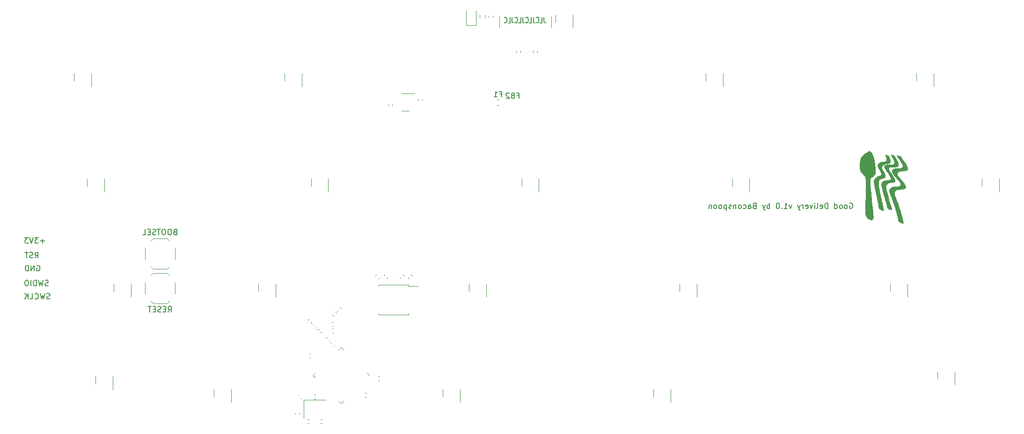
<source format=gbo>
%TF.GenerationSoftware,KiCad,Pcbnew,7.0.6*%
%TF.CreationDate,2023-08-01T10:10:22-04:00*%
%TF.ProjectId,good-delivery,676f6f64-2d64-4656-9c69-766572792e6b,rev?*%
%TF.SameCoordinates,PX2d6b3a0PY7e9ae4e*%
%TF.FileFunction,Legend,Bot*%
%TF.FilePolarity,Positive*%
%FSLAX46Y46*%
G04 Gerber Fmt 4.6, Leading zero omitted, Abs format (unit mm)*
G04 Created by KiCad (PCBNEW 7.0.6) date 2023-08-01 10:10:22*
%MOMM*%
%LPD*%
G01*
G04 APERTURE LIST*
%ADD10C,0.153000*%
%ADD11C,0.150000*%
%ADD12C,0.120000*%
G04 APERTURE END LIST*
D10*
X98626266Y74056302D02*
X98626266Y73342017D01*
X98626266Y73342017D02*
X98661981Y73199160D01*
X98661981Y73199160D02*
X98733409Y73103921D01*
X98733409Y73103921D02*
X98840552Y73056302D01*
X98840552Y73056302D02*
X98911981Y73056302D01*
X97911980Y73056302D02*
X98269123Y73056302D01*
X98269123Y73056302D02*
X98269123Y74056302D01*
X97233409Y73151541D02*
X97269123Y73103921D01*
X97269123Y73103921D02*
X97376266Y73056302D01*
X97376266Y73056302D02*
X97447694Y73056302D01*
X97447694Y73056302D02*
X97554837Y73103921D01*
X97554837Y73103921D02*
X97626266Y73199160D01*
X97626266Y73199160D02*
X97661980Y73294398D01*
X97661980Y73294398D02*
X97697694Y73484874D01*
X97697694Y73484874D02*
X97697694Y73627731D01*
X97697694Y73627731D02*
X97661980Y73818207D01*
X97661980Y73818207D02*
X97626266Y73913445D01*
X97626266Y73913445D02*
X97554837Y74008683D01*
X97554837Y74008683D02*
X97447694Y74056302D01*
X97447694Y74056302D02*
X97376266Y74056302D01*
X97376266Y74056302D02*
X97269123Y74008683D01*
X97269123Y74008683D02*
X97233409Y73961064D01*
X96697694Y74056302D02*
X96697694Y73342017D01*
X96697694Y73342017D02*
X96733409Y73199160D01*
X96733409Y73199160D02*
X96804837Y73103921D01*
X96804837Y73103921D02*
X96911980Y73056302D01*
X96911980Y73056302D02*
X96983409Y73056302D01*
X95983408Y73056302D02*
X96340551Y73056302D01*
X96340551Y73056302D02*
X96340551Y74056302D01*
X95304837Y73151541D02*
X95340551Y73103921D01*
X95340551Y73103921D02*
X95447694Y73056302D01*
X95447694Y73056302D02*
X95519122Y73056302D01*
X95519122Y73056302D02*
X95626265Y73103921D01*
X95626265Y73103921D02*
X95697694Y73199160D01*
X95697694Y73199160D02*
X95733408Y73294398D01*
X95733408Y73294398D02*
X95769122Y73484874D01*
X95769122Y73484874D02*
X95769122Y73627731D01*
X95769122Y73627731D02*
X95733408Y73818207D01*
X95733408Y73818207D02*
X95697694Y73913445D01*
X95697694Y73913445D02*
X95626265Y74008683D01*
X95626265Y74008683D02*
X95519122Y74056302D01*
X95519122Y74056302D02*
X95447694Y74056302D01*
X95447694Y74056302D02*
X95340551Y74008683D01*
X95340551Y74008683D02*
X95304837Y73961064D01*
X94769122Y74056302D02*
X94769122Y73342017D01*
X94769122Y73342017D02*
X94804837Y73199160D01*
X94804837Y73199160D02*
X94876265Y73103921D01*
X94876265Y73103921D02*
X94983408Y73056302D01*
X94983408Y73056302D02*
X95054837Y73056302D01*
X94054836Y73056302D02*
X94411979Y73056302D01*
X94411979Y73056302D02*
X94411979Y74056302D01*
X93376265Y73151541D02*
X93411979Y73103921D01*
X93411979Y73103921D02*
X93519122Y73056302D01*
X93519122Y73056302D02*
X93590550Y73056302D01*
X93590550Y73056302D02*
X93697693Y73103921D01*
X93697693Y73103921D02*
X93769122Y73199160D01*
X93769122Y73199160D02*
X93804836Y73294398D01*
X93804836Y73294398D02*
X93840550Y73484874D01*
X93840550Y73484874D02*
X93840550Y73627731D01*
X93840550Y73627731D02*
X93804836Y73818207D01*
X93804836Y73818207D02*
X93769122Y73913445D01*
X93769122Y73913445D02*
X93697693Y74008683D01*
X93697693Y74008683D02*
X93590550Y74056302D01*
X93590550Y74056302D02*
X93519122Y74056302D01*
X93519122Y74056302D02*
X93411979Y74008683D01*
X93411979Y74008683D02*
X93376265Y73961064D01*
X92840550Y74056302D02*
X92840550Y73342017D01*
X92840550Y73342017D02*
X92876265Y73199160D01*
X92876265Y73199160D02*
X92947693Y73103921D01*
X92947693Y73103921D02*
X93054836Y73056302D01*
X93054836Y73056302D02*
X93126265Y73056302D01*
X92126264Y73056302D02*
X92483407Y73056302D01*
X92483407Y73056302D02*
X92483407Y74056302D01*
X91447693Y73151541D02*
X91483407Y73103921D01*
X91483407Y73103921D02*
X91590550Y73056302D01*
X91590550Y73056302D02*
X91661978Y73056302D01*
X91661978Y73056302D02*
X91769121Y73103921D01*
X91769121Y73103921D02*
X91840550Y73199160D01*
X91840550Y73199160D02*
X91876264Y73294398D01*
X91876264Y73294398D02*
X91911978Y73484874D01*
X91911978Y73484874D02*
X91911978Y73627731D01*
X91911978Y73627731D02*
X91876264Y73818207D01*
X91876264Y73818207D02*
X91840550Y73913445D01*
X91840550Y73913445D02*
X91769121Y74008683D01*
X91769121Y74008683D02*
X91661978Y74056302D01*
X91661978Y74056302D02*
X91590550Y74056302D01*
X91590550Y74056302D02*
X91483407Y74008683D01*
X91483407Y74008683D02*
X91447693Y73961064D01*
D11*
X8938206Y25478645D02*
X8795349Y25431026D01*
X8795349Y25431026D02*
X8557254Y25431026D01*
X8557254Y25431026D02*
X8462016Y25478645D01*
X8462016Y25478645D02*
X8414397Y25526265D01*
X8414397Y25526265D02*
X8366778Y25621503D01*
X8366778Y25621503D02*
X8366778Y25716741D01*
X8366778Y25716741D02*
X8414397Y25811979D01*
X8414397Y25811979D02*
X8462016Y25859598D01*
X8462016Y25859598D02*
X8557254Y25907217D01*
X8557254Y25907217D02*
X8747730Y25954836D01*
X8747730Y25954836D02*
X8842968Y26002455D01*
X8842968Y26002455D02*
X8890587Y26050074D01*
X8890587Y26050074D02*
X8938206Y26145312D01*
X8938206Y26145312D02*
X8938206Y26240550D01*
X8938206Y26240550D02*
X8890587Y26335788D01*
X8890587Y26335788D02*
X8842968Y26383407D01*
X8842968Y26383407D02*
X8747730Y26431026D01*
X8747730Y26431026D02*
X8509635Y26431026D01*
X8509635Y26431026D02*
X8366778Y26383407D01*
X8033444Y26431026D02*
X7795349Y25431026D01*
X7795349Y25431026D02*
X7604873Y26145312D01*
X7604873Y26145312D02*
X7414397Y25431026D01*
X7414397Y25431026D02*
X7176302Y26431026D01*
X6795349Y25431026D02*
X6795349Y26431026D01*
X6795349Y26431026D02*
X6557254Y26431026D01*
X6557254Y26431026D02*
X6414397Y26383407D01*
X6414397Y26383407D02*
X6319159Y26288169D01*
X6319159Y26288169D02*
X6271540Y26192931D01*
X6271540Y26192931D02*
X6223921Y26002455D01*
X6223921Y26002455D02*
X6223921Y25859598D01*
X6223921Y25859598D02*
X6271540Y25669122D01*
X6271540Y25669122D02*
X6319159Y25573884D01*
X6319159Y25573884D02*
X6414397Y25478645D01*
X6414397Y25478645D02*
X6557254Y25431026D01*
X6557254Y25431026D02*
X6795349Y25431026D01*
X5795349Y25431026D02*
X5795349Y26431026D01*
X5128683Y26431026D02*
X4938207Y26431026D01*
X4938207Y26431026D02*
X4842969Y26383407D01*
X4842969Y26383407D02*
X4747731Y26288169D01*
X4747731Y26288169D02*
X4700112Y26097693D01*
X4700112Y26097693D02*
X4700112Y25764360D01*
X4700112Y25764360D02*
X4747731Y25573884D01*
X4747731Y25573884D02*
X4842969Y25478645D01*
X4842969Y25478645D02*
X4938207Y25431026D01*
X4938207Y25431026D02*
X5128683Y25431026D01*
X5128683Y25431026D02*
X5223921Y25478645D01*
X5223921Y25478645D02*
X5319159Y25573884D01*
X5319159Y25573884D02*
X5366778Y25764360D01*
X5366778Y25764360D02*
X5366778Y26097693D01*
X5366778Y26097693D02*
X5319159Y26288169D01*
X5319159Y26288169D02*
X5223921Y26383407D01*
X5223921Y26383407D02*
X5128683Y26431026D01*
X8295273Y33551061D02*
X7533369Y33551061D01*
X7914321Y33170108D02*
X7914321Y33932013D01*
X7152416Y34170108D02*
X6533369Y34170108D01*
X6533369Y34170108D02*
X6866702Y33789156D01*
X6866702Y33789156D02*
X6723845Y33789156D01*
X6723845Y33789156D02*
X6628607Y33741537D01*
X6628607Y33741537D02*
X6580988Y33693918D01*
X6580988Y33693918D02*
X6533369Y33598680D01*
X6533369Y33598680D02*
X6533369Y33360585D01*
X6533369Y33360585D02*
X6580988Y33265347D01*
X6580988Y33265347D02*
X6628607Y33217727D01*
X6628607Y33217727D02*
X6723845Y33170108D01*
X6723845Y33170108D02*
X7009559Y33170108D01*
X7009559Y33170108D02*
X7104797Y33217727D01*
X7104797Y33217727D02*
X7152416Y33265347D01*
X6247654Y34170108D02*
X5914321Y33170108D01*
X5914321Y33170108D02*
X5580988Y34170108D01*
X5342892Y34170108D02*
X4723845Y34170108D01*
X4723845Y34170108D02*
X5057178Y33789156D01*
X5057178Y33789156D02*
X4914321Y33789156D01*
X4914321Y33789156D02*
X4819083Y33741537D01*
X4819083Y33741537D02*
X4771464Y33693918D01*
X4771464Y33693918D02*
X4723845Y33598680D01*
X4723845Y33598680D02*
X4723845Y33360585D01*
X4723845Y33360585D02*
X4771464Y33265347D01*
X4771464Y33265347D02*
X4819083Y33217727D01*
X4819083Y33217727D02*
X4914321Y33170108D01*
X4914321Y33170108D02*
X5200035Y33170108D01*
X5200035Y33170108D02*
X5295273Y33217727D01*
X5295273Y33217727D02*
X5342892Y33265347D01*
X6533217Y30491195D02*
X6866550Y30967386D01*
X7104645Y30491195D02*
X7104645Y31491195D01*
X7104645Y31491195D02*
X6723693Y31491195D01*
X6723693Y31491195D02*
X6628455Y31443576D01*
X6628455Y31443576D02*
X6580836Y31395957D01*
X6580836Y31395957D02*
X6533217Y31300719D01*
X6533217Y31300719D02*
X6533217Y31157862D01*
X6533217Y31157862D02*
X6580836Y31062624D01*
X6580836Y31062624D02*
X6628455Y31015005D01*
X6628455Y31015005D02*
X6723693Y30967386D01*
X6723693Y30967386D02*
X7104645Y30967386D01*
X6152264Y30538814D02*
X6009407Y30491195D01*
X6009407Y30491195D02*
X5771312Y30491195D01*
X5771312Y30491195D02*
X5676074Y30538814D01*
X5676074Y30538814D02*
X5628455Y30586434D01*
X5628455Y30586434D02*
X5580836Y30681672D01*
X5580836Y30681672D02*
X5580836Y30776910D01*
X5580836Y30776910D02*
X5628455Y30872148D01*
X5628455Y30872148D02*
X5676074Y30919767D01*
X5676074Y30919767D02*
X5771312Y30967386D01*
X5771312Y30967386D02*
X5961788Y31015005D01*
X5961788Y31015005D02*
X6057026Y31062624D01*
X6057026Y31062624D02*
X6104645Y31110243D01*
X6104645Y31110243D02*
X6152264Y31205481D01*
X6152264Y31205481D02*
X6152264Y31300719D01*
X6152264Y31300719D02*
X6104645Y31395957D01*
X6104645Y31395957D02*
X6057026Y31443576D01*
X6057026Y31443576D02*
X5961788Y31491195D01*
X5961788Y31491195D02*
X5723693Y31491195D01*
X5723693Y31491195D02*
X5580836Y31443576D01*
X5295121Y31491195D02*
X4723693Y31491195D01*
X5009407Y30491195D02*
X5009407Y31491195D01*
X6878493Y29062320D02*
X6973731Y29109939D01*
X6973731Y29109939D02*
X7116588Y29109939D01*
X7116588Y29109939D02*
X7259445Y29062320D01*
X7259445Y29062320D02*
X7354683Y28967082D01*
X7354683Y28967082D02*
X7402302Y28871844D01*
X7402302Y28871844D02*
X7449921Y28681368D01*
X7449921Y28681368D02*
X7449921Y28538511D01*
X7449921Y28538511D02*
X7402302Y28348035D01*
X7402302Y28348035D02*
X7354683Y28252797D01*
X7354683Y28252797D02*
X7259445Y28157558D01*
X7259445Y28157558D02*
X7116588Y28109939D01*
X7116588Y28109939D02*
X7021350Y28109939D01*
X7021350Y28109939D02*
X6878493Y28157558D01*
X6878493Y28157558D02*
X6830874Y28205178D01*
X6830874Y28205178D02*
X6830874Y28538511D01*
X6830874Y28538511D02*
X7021350Y28538511D01*
X6402302Y28109939D02*
X6402302Y29109939D01*
X6402302Y29109939D02*
X5830874Y28109939D01*
X5830874Y28109939D02*
X5830874Y29109939D01*
X5354683Y28109939D02*
X5354683Y29109939D01*
X5354683Y29109939D02*
X5116588Y29109939D01*
X5116588Y29109939D02*
X4973731Y29062320D01*
X4973731Y29062320D02*
X4878493Y28967082D01*
X4878493Y28967082D02*
X4830874Y28871844D01*
X4830874Y28871844D02*
X4783255Y28681368D01*
X4783255Y28681368D02*
X4783255Y28538511D01*
X4783255Y28538511D02*
X4830874Y28348035D01*
X4830874Y28348035D02*
X4878493Y28252797D01*
X4878493Y28252797D02*
X4973731Y28157558D01*
X4973731Y28157558D02*
X5116588Y28109939D01*
X5116588Y28109939D02*
X5354683Y28109939D01*
X9235863Y23097389D02*
X9093006Y23049770D01*
X9093006Y23049770D02*
X8854911Y23049770D01*
X8854911Y23049770D02*
X8759673Y23097389D01*
X8759673Y23097389D02*
X8712054Y23145009D01*
X8712054Y23145009D02*
X8664435Y23240247D01*
X8664435Y23240247D02*
X8664435Y23335485D01*
X8664435Y23335485D02*
X8712054Y23430723D01*
X8712054Y23430723D02*
X8759673Y23478342D01*
X8759673Y23478342D02*
X8854911Y23525961D01*
X8854911Y23525961D02*
X9045387Y23573580D01*
X9045387Y23573580D02*
X9140625Y23621199D01*
X9140625Y23621199D02*
X9188244Y23668818D01*
X9188244Y23668818D02*
X9235863Y23764056D01*
X9235863Y23764056D02*
X9235863Y23859294D01*
X9235863Y23859294D02*
X9188244Y23954532D01*
X9188244Y23954532D02*
X9140625Y24002151D01*
X9140625Y24002151D02*
X9045387Y24049770D01*
X9045387Y24049770D02*
X8807292Y24049770D01*
X8807292Y24049770D02*
X8664435Y24002151D01*
X8331101Y24049770D02*
X8093006Y23049770D01*
X8093006Y23049770D02*
X7902530Y23764056D01*
X7902530Y23764056D02*
X7712054Y23049770D01*
X7712054Y23049770D02*
X7473959Y24049770D01*
X6521578Y23145009D02*
X6569197Y23097389D01*
X6569197Y23097389D02*
X6712054Y23049770D01*
X6712054Y23049770D02*
X6807292Y23049770D01*
X6807292Y23049770D02*
X6950149Y23097389D01*
X6950149Y23097389D02*
X7045387Y23192628D01*
X7045387Y23192628D02*
X7093006Y23287866D01*
X7093006Y23287866D02*
X7140625Y23478342D01*
X7140625Y23478342D02*
X7140625Y23621199D01*
X7140625Y23621199D02*
X7093006Y23811675D01*
X7093006Y23811675D02*
X7045387Y23906913D01*
X7045387Y23906913D02*
X6950149Y24002151D01*
X6950149Y24002151D02*
X6807292Y24049770D01*
X6807292Y24049770D02*
X6712054Y24049770D01*
X6712054Y24049770D02*
X6569197Y24002151D01*
X6569197Y24002151D02*
X6521578Y23954532D01*
X5616816Y23049770D02*
X6093006Y23049770D01*
X6093006Y23049770D02*
X6093006Y24049770D01*
X5283482Y23049770D02*
X5283482Y24049770D01*
X4712054Y23049770D02*
X5140625Y23621199D01*
X4712054Y24049770D02*
X5283482Y23478342D01*
X153921051Y40373286D02*
X154016289Y40420905D01*
X154016289Y40420905D02*
X154159146Y40420905D01*
X154159146Y40420905D02*
X154302003Y40373286D01*
X154302003Y40373286D02*
X154397241Y40278048D01*
X154397241Y40278048D02*
X154444860Y40182810D01*
X154444860Y40182810D02*
X154492479Y39992334D01*
X154492479Y39992334D02*
X154492479Y39849477D01*
X154492479Y39849477D02*
X154444860Y39659001D01*
X154444860Y39659001D02*
X154397241Y39563763D01*
X154397241Y39563763D02*
X154302003Y39468524D01*
X154302003Y39468524D02*
X154159146Y39420905D01*
X154159146Y39420905D02*
X154063908Y39420905D01*
X154063908Y39420905D02*
X153921051Y39468524D01*
X153921051Y39468524D02*
X153873432Y39516144D01*
X153873432Y39516144D02*
X153873432Y39849477D01*
X153873432Y39849477D02*
X154063908Y39849477D01*
X153302003Y39420905D02*
X153397241Y39468524D01*
X153397241Y39468524D02*
X153444860Y39516144D01*
X153444860Y39516144D02*
X153492479Y39611382D01*
X153492479Y39611382D02*
X153492479Y39897096D01*
X153492479Y39897096D02*
X153444860Y39992334D01*
X153444860Y39992334D02*
X153397241Y40039953D01*
X153397241Y40039953D02*
X153302003Y40087572D01*
X153302003Y40087572D02*
X153159146Y40087572D01*
X153159146Y40087572D02*
X153063908Y40039953D01*
X153063908Y40039953D02*
X153016289Y39992334D01*
X153016289Y39992334D02*
X152968670Y39897096D01*
X152968670Y39897096D02*
X152968670Y39611382D01*
X152968670Y39611382D02*
X153016289Y39516144D01*
X153016289Y39516144D02*
X153063908Y39468524D01*
X153063908Y39468524D02*
X153159146Y39420905D01*
X153159146Y39420905D02*
X153302003Y39420905D01*
X152397241Y39420905D02*
X152492479Y39468524D01*
X152492479Y39468524D02*
X152540098Y39516144D01*
X152540098Y39516144D02*
X152587717Y39611382D01*
X152587717Y39611382D02*
X152587717Y39897096D01*
X152587717Y39897096D02*
X152540098Y39992334D01*
X152540098Y39992334D02*
X152492479Y40039953D01*
X152492479Y40039953D02*
X152397241Y40087572D01*
X152397241Y40087572D02*
X152254384Y40087572D01*
X152254384Y40087572D02*
X152159146Y40039953D01*
X152159146Y40039953D02*
X152111527Y39992334D01*
X152111527Y39992334D02*
X152063908Y39897096D01*
X152063908Y39897096D02*
X152063908Y39611382D01*
X152063908Y39611382D02*
X152111527Y39516144D01*
X152111527Y39516144D02*
X152159146Y39468524D01*
X152159146Y39468524D02*
X152254384Y39420905D01*
X152254384Y39420905D02*
X152397241Y39420905D01*
X151206765Y39420905D02*
X151206765Y40420905D01*
X151206765Y39468524D02*
X151302003Y39420905D01*
X151302003Y39420905D02*
X151492479Y39420905D01*
X151492479Y39420905D02*
X151587717Y39468524D01*
X151587717Y39468524D02*
X151635336Y39516144D01*
X151635336Y39516144D02*
X151682955Y39611382D01*
X151682955Y39611382D02*
X151682955Y39897096D01*
X151682955Y39897096D02*
X151635336Y39992334D01*
X151635336Y39992334D02*
X151587717Y40039953D01*
X151587717Y40039953D02*
X151492479Y40087572D01*
X151492479Y40087572D02*
X151302003Y40087572D01*
X151302003Y40087572D02*
X151206765Y40039953D01*
X149968669Y39420905D02*
X149968669Y40420905D01*
X149968669Y40420905D02*
X149730574Y40420905D01*
X149730574Y40420905D02*
X149587717Y40373286D01*
X149587717Y40373286D02*
X149492479Y40278048D01*
X149492479Y40278048D02*
X149444860Y40182810D01*
X149444860Y40182810D02*
X149397241Y39992334D01*
X149397241Y39992334D02*
X149397241Y39849477D01*
X149397241Y39849477D02*
X149444860Y39659001D01*
X149444860Y39659001D02*
X149492479Y39563763D01*
X149492479Y39563763D02*
X149587717Y39468524D01*
X149587717Y39468524D02*
X149730574Y39420905D01*
X149730574Y39420905D02*
X149968669Y39420905D01*
X148587717Y39468524D02*
X148682955Y39420905D01*
X148682955Y39420905D02*
X148873431Y39420905D01*
X148873431Y39420905D02*
X148968669Y39468524D01*
X148968669Y39468524D02*
X149016288Y39563763D01*
X149016288Y39563763D02*
X149016288Y39944715D01*
X149016288Y39944715D02*
X148968669Y40039953D01*
X148968669Y40039953D02*
X148873431Y40087572D01*
X148873431Y40087572D02*
X148682955Y40087572D01*
X148682955Y40087572D02*
X148587717Y40039953D01*
X148587717Y40039953D02*
X148540098Y39944715D01*
X148540098Y39944715D02*
X148540098Y39849477D01*
X148540098Y39849477D02*
X149016288Y39754239D01*
X147968669Y39420905D02*
X148063907Y39468524D01*
X148063907Y39468524D02*
X148111526Y39563763D01*
X148111526Y39563763D02*
X148111526Y40420905D01*
X147587716Y39420905D02*
X147587716Y40087572D01*
X147587716Y40420905D02*
X147635335Y40373286D01*
X147635335Y40373286D02*
X147587716Y40325667D01*
X147587716Y40325667D02*
X147540097Y40373286D01*
X147540097Y40373286D02*
X147587716Y40420905D01*
X147587716Y40420905D02*
X147587716Y40325667D01*
X147206764Y40087572D02*
X146968669Y39420905D01*
X146968669Y39420905D02*
X146730574Y40087572D01*
X145968669Y39468524D02*
X146063907Y39420905D01*
X146063907Y39420905D02*
X146254383Y39420905D01*
X146254383Y39420905D02*
X146349621Y39468524D01*
X146349621Y39468524D02*
X146397240Y39563763D01*
X146397240Y39563763D02*
X146397240Y39944715D01*
X146397240Y39944715D02*
X146349621Y40039953D01*
X146349621Y40039953D02*
X146254383Y40087572D01*
X146254383Y40087572D02*
X146063907Y40087572D01*
X146063907Y40087572D02*
X145968669Y40039953D01*
X145968669Y40039953D02*
X145921050Y39944715D01*
X145921050Y39944715D02*
X145921050Y39849477D01*
X145921050Y39849477D02*
X146397240Y39754239D01*
X145492478Y39420905D02*
X145492478Y40087572D01*
X145492478Y39897096D02*
X145444859Y39992334D01*
X145444859Y39992334D02*
X145397240Y40039953D01*
X145397240Y40039953D02*
X145302002Y40087572D01*
X145302002Y40087572D02*
X145206764Y40087572D01*
X144968668Y40087572D02*
X144730573Y39420905D01*
X144492478Y40087572D02*
X144730573Y39420905D01*
X144730573Y39420905D02*
X144825811Y39182810D01*
X144825811Y39182810D02*
X144873430Y39135191D01*
X144873430Y39135191D02*
X144968668Y39087572D01*
X143444858Y40087572D02*
X143206763Y39420905D01*
X143206763Y39420905D02*
X142968668Y40087572D01*
X142063906Y39420905D02*
X142635334Y39420905D01*
X142349620Y39420905D02*
X142349620Y40420905D01*
X142349620Y40420905D02*
X142444858Y40278048D01*
X142444858Y40278048D02*
X142540096Y40182810D01*
X142540096Y40182810D02*
X142635334Y40135191D01*
X141635334Y39516144D02*
X141587715Y39468524D01*
X141587715Y39468524D02*
X141635334Y39420905D01*
X141635334Y39420905D02*
X141682953Y39468524D01*
X141682953Y39468524D02*
X141635334Y39516144D01*
X141635334Y39516144D02*
X141635334Y39420905D01*
X140968668Y40420905D02*
X140873430Y40420905D01*
X140873430Y40420905D02*
X140778192Y40373286D01*
X140778192Y40373286D02*
X140730573Y40325667D01*
X140730573Y40325667D02*
X140682954Y40230429D01*
X140682954Y40230429D02*
X140635335Y40039953D01*
X140635335Y40039953D02*
X140635335Y39801858D01*
X140635335Y39801858D02*
X140682954Y39611382D01*
X140682954Y39611382D02*
X140730573Y39516144D01*
X140730573Y39516144D02*
X140778192Y39468524D01*
X140778192Y39468524D02*
X140873430Y39420905D01*
X140873430Y39420905D02*
X140968668Y39420905D01*
X140968668Y39420905D02*
X141063906Y39468524D01*
X141063906Y39468524D02*
X141111525Y39516144D01*
X141111525Y39516144D02*
X141159144Y39611382D01*
X141159144Y39611382D02*
X141206763Y39801858D01*
X141206763Y39801858D02*
X141206763Y40039953D01*
X141206763Y40039953D02*
X141159144Y40230429D01*
X141159144Y40230429D02*
X141111525Y40325667D01*
X141111525Y40325667D02*
X141063906Y40373286D01*
X141063906Y40373286D02*
X140968668Y40420905D01*
X139444858Y39420905D02*
X139444858Y40420905D01*
X139444858Y40039953D02*
X139349620Y40087572D01*
X139349620Y40087572D02*
X139159144Y40087572D01*
X139159144Y40087572D02*
X139063906Y40039953D01*
X139063906Y40039953D02*
X139016287Y39992334D01*
X139016287Y39992334D02*
X138968668Y39897096D01*
X138968668Y39897096D02*
X138968668Y39611382D01*
X138968668Y39611382D02*
X139016287Y39516144D01*
X139016287Y39516144D02*
X139063906Y39468524D01*
X139063906Y39468524D02*
X139159144Y39420905D01*
X139159144Y39420905D02*
X139349620Y39420905D01*
X139349620Y39420905D02*
X139444858Y39468524D01*
X138635334Y40087572D02*
X138397239Y39420905D01*
X138159144Y40087572D02*
X138397239Y39420905D01*
X138397239Y39420905D02*
X138492477Y39182810D01*
X138492477Y39182810D02*
X138540096Y39135191D01*
X138540096Y39135191D02*
X138635334Y39087572D01*
X136682953Y39944715D02*
X136540096Y39897096D01*
X136540096Y39897096D02*
X136492477Y39849477D01*
X136492477Y39849477D02*
X136444858Y39754239D01*
X136444858Y39754239D02*
X136444858Y39611382D01*
X136444858Y39611382D02*
X136492477Y39516144D01*
X136492477Y39516144D02*
X136540096Y39468524D01*
X136540096Y39468524D02*
X136635334Y39420905D01*
X136635334Y39420905D02*
X137016286Y39420905D01*
X137016286Y39420905D02*
X137016286Y40420905D01*
X137016286Y40420905D02*
X136682953Y40420905D01*
X136682953Y40420905D02*
X136587715Y40373286D01*
X136587715Y40373286D02*
X136540096Y40325667D01*
X136540096Y40325667D02*
X136492477Y40230429D01*
X136492477Y40230429D02*
X136492477Y40135191D01*
X136492477Y40135191D02*
X136540096Y40039953D01*
X136540096Y40039953D02*
X136587715Y39992334D01*
X136587715Y39992334D02*
X136682953Y39944715D01*
X136682953Y39944715D02*
X137016286Y39944715D01*
X135587715Y39420905D02*
X135587715Y39944715D01*
X135587715Y39944715D02*
X135635334Y40039953D01*
X135635334Y40039953D02*
X135730572Y40087572D01*
X135730572Y40087572D02*
X135921048Y40087572D01*
X135921048Y40087572D02*
X136016286Y40039953D01*
X135587715Y39468524D02*
X135682953Y39420905D01*
X135682953Y39420905D02*
X135921048Y39420905D01*
X135921048Y39420905D02*
X136016286Y39468524D01*
X136016286Y39468524D02*
X136063905Y39563763D01*
X136063905Y39563763D02*
X136063905Y39659001D01*
X136063905Y39659001D02*
X136016286Y39754239D01*
X136016286Y39754239D02*
X135921048Y39801858D01*
X135921048Y39801858D02*
X135682953Y39801858D01*
X135682953Y39801858D02*
X135587715Y39849477D01*
X134682953Y39468524D02*
X134778191Y39420905D01*
X134778191Y39420905D02*
X134968667Y39420905D01*
X134968667Y39420905D02*
X135063905Y39468524D01*
X135063905Y39468524D02*
X135111524Y39516144D01*
X135111524Y39516144D02*
X135159143Y39611382D01*
X135159143Y39611382D02*
X135159143Y39897096D01*
X135159143Y39897096D02*
X135111524Y39992334D01*
X135111524Y39992334D02*
X135063905Y40039953D01*
X135063905Y40039953D02*
X134968667Y40087572D01*
X134968667Y40087572D02*
X134778191Y40087572D01*
X134778191Y40087572D02*
X134682953Y40039953D01*
X134111524Y39420905D02*
X134206762Y39468524D01*
X134206762Y39468524D02*
X134254381Y39516144D01*
X134254381Y39516144D02*
X134302000Y39611382D01*
X134302000Y39611382D02*
X134302000Y39897096D01*
X134302000Y39897096D02*
X134254381Y39992334D01*
X134254381Y39992334D02*
X134206762Y40039953D01*
X134206762Y40039953D02*
X134111524Y40087572D01*
X134111524Y40087572D02*
X133968667Y40087572D01*
X133968667Y40087572D02*
X133873429Y40039953D01*
X133873429Y40039953D02*
X133825810Y39992334D01*
X133825810Y39992334D02*
X133778191Y39897096D01*
X133778191Y39897096D02*
X133778191Y39611382D01*
X133778191Y39611382D02*
X133825810Y39516144D01*
X133825810Y39516144D02*
X133873429Y39468524D01*
X133873429Y39468524D02*
X133968667Y39420905D01*
X133968667Y39420905D02*
X134111524Y39420905D01*
X133349619Y40087572D02*
X133349619Y39420905D01*
X133349619Y39992334D02*
X133302000Y40039953D01*
X133302000Y40039953D02*
X133206762Y40087572D01*
X133206762Y40087572D02*
X133063905Y40087572D01*
X133063905Y40087572D02*
X132968667Y40039953D01*
X132968667Y40039953D02*
X132921048Y39944715D01*
X132921048Y39944715D02*
X132921048Y39420905D01*
X132492476Y39468524D02*
X132397238Y39420905D01*
X132397238Y39420905D02*
X132206762Y39420905D01*
X132206762Y39420905D02*
X132111524Y39468524D01*
X132111524Y39468524D02*
X132063905Y39563763D01*
X132063905Y39563763D02*
X132063905Y39611382D01*
X132063905Y39611382D02*
X132111524Y39706620D01*
X132111524Y39706620D02*
X132206762Y39754239D01*
X132206762Y39754239D02*
X132349619Y39754239D01*
X132349619Y39754239D02*
X132444857Y39801858D01*
X132444857Y39801858D02*
X132492476Y39897096D01*
X132492476Y39897096D02*
X132492476Y39944715D01*
X132492476Y39944715D02*
X132444857Y40039953D01*
X132444857Y40039953D02*
X132349619Y40087572D01*
X132349619Y40087572D02*
X132206762Y40087572D01*
X132206762Y40087572D02*
X132111524Y40039953D01*
X131635333Y40087572D02*
X131635333Y39087572D01*
X131635333Y40039953D02*
X131540095Y40087572D01*
X131540095Y40087572D02*
X131349619Y40087572D01*
X131349619Y40087572D02*
X131254381Y40039953D01*
X131254381Y40039953D02*
X131206762Y39992334D01*
X131206762Y39992334D02*
X131159143Y39897096D01*
X131159143Y39897096D02*
X131159143Y39611382D01*
X131159143Y39611382D02*
X131206762Y39516144D01*
X131206762Y39516144D02*
X131254381Y39468524D01*
X131254381Y39468524D02*
X131349619Y39420905D01*
X131349619Y39420905D02*
X131540095Y39420905D01*
X131540095Y39420905D02*
X131635333Y39468524D01*
X130587714Y39420905D02*
X130682952Y39468524D01*
X130682952Y39468524D02*
X130730571Y39516144D01*
X130730571Y39516144D02*
X130778190Y39611382D01*
X130778190Y39611382D02*
X130778190Y39897096D01*
X130778190Y39897096D02*
X130730571Y39992334D01*
X130730571Y39992334D02*
X130682952Y40039953D01*
X130682952Y40039953D02*
X130587714Y40087572D01*
X130587714Y40087572D02*
X130444857Y40087572D01*
X130444857Y40087572D02*
X130349619Y40039953D01*
X130349619Y40039953D02*
X130302000Y39992334D01*
X130302000Y39992334D02*
X130254381Y39897096D01*
X130254381Y39897096D02*
X130254381Y39611382D01*
X130254381Y39611382D02*
X130302000Y39516144D01*
X130302000Y39516144D02*
X130349619Y39468524D01*
X130349619Y39468524D02*
X130444857Y39420905D01*
X130444857Y39420905D02*
X130587714Y39420905D01*
X129682952Y39420905D02*
X129778190Y39468524D01*
X129778190Y39468524D02*
X129825809Y39516144D01*
X129825809Y39516144D02*
X129873428Y39611382D01*
X129873428Y39611382D02*
X129873428Y39897096D01*
X129873428Y39897096D02*
X129825809Y39992334D01*
X129825809Y39992334D02*
X129778190Y40039953D01*
X129778190Y40039953D02*
X129682952Y40087572D01*
X129682952Y40087572D02*
X129540095Y40087572D01*
X129540095Y40087572D02*
X129444857Y40039953D01*
X129444857Y40039953D02*
X129397238Y39992334D01*
X129397238Y39992334D02*
X129349619Y39897096D01*
X129349619Y39897096D02*
X129349619Y39611382D01*
X129349619Y39611382D02*
X129397238Y39516144D01*
X129397238Y39516144D02*
X129444857Y39468524D01*
X129444857Y39468524D02*
X129540095Y39420905D01*
X129540095Y39420905D02*
X129682952Y39420905D01*
X128921047Y40087572D02*
X128921047Y39420905D01*
X128921047Y39992334D02*
X128873428Y40039953D01*
X128873428Y40039953D02*
X128778190Y40087572D01*
X128778190Y40087572D02*
X128635333Y40087572D01*
X128635333Y40087572D02*
X128540095Y40039953D01*
X128540095Y40039953D02*
X128492476Y39944715D01*
X128492476Y39944715D02*
X128492476Y39420905D01*
X90633718Y60137420D02*
X90967051Y60137420D01*
X90967051Y59613610D02*
X90967051Y60613610D01*
X90967051Y60613610D02*
X90490861Y60613610D01*
X89586099Y59613610D02*
X90157527Y59613610D01*
X89871813Y59613610D02*
X89871813Y60613610D01*
X89871813Y60613610D02*
X89967051Y60470753D01*
X89967051Y60470753D02*
X90062289Y60375515D01*
X90062289Y60375515D02*
X90157527Y60327896D01*
X31860862Y35192517D02*
X31718005Y35144898D01*
X31718005Y35144898D02*
X31670386Y35097279D01*
X31670386Y35097279D02*
X31622767Y35002041D01*
X31622767Y35002041D02*
X31622767Y34859184D01*
X31622767Y34859184D02*
X31670386Y34763946D01*
X31670386Y34763946D02*
X31718005Y34716326D01*
X31718005Y34716326D02*
X31813243Y34668707D01*
X31813243Y34668707D02*
X32194195Y34668707D01*
X32194195Y34668707D02*
X32194195Y35668707D01*
X32194195Y35668707D02*
X31860862Y35668707D01*
X31860862Y35668707D02*
X31765624Y35621088D01*
X31765624Y35621088D02*
X31718005Y35573469D01*
X31718005Y35573469D02*
X31670386Y35478231D01*
X31670386Y35478231D02*
X31670386Y35382993D01*
X31670386Y35382993D02*
X31718005Y35287755D01*
X31718005Y35287755D02*
X31765624Y35240136D01*
X31765624Y35240136D02*
X31860862Y35192517D01*
X31860862Y35192517D02*
X32194195Y35192517D01*
X31003719Y35668707D02*
X30813243Y35668707D01*
X30813243Y35668707D02*
X30718005Y35621088D01*
X30718005Y35621088D02*
X30622767Y35525850D01*
X30622767Y35525850D02*
X30575148Y35335374D01*
X30575148Y35335374D02*
X30575148Y35002041D01*
X30575148Y35002041D02*
X30622767Y34811565D01*
X30622767Y34811565D02*
X30718005Y34716326D01*
X30718005Y34716326D02*
X30813243Y34668707D01*
X30813243Y34668707D02*
X31003719Y34668707D01*
X31003719Y34668707D02*
X31098957Y34716326D01*
X31098957Y34716326D02*
X31194195Y34811565D01*
X31194195Y34811565D02*
X31241814Y35002041D01*
X31241814Y35002041D02*
X31241814Y35335374D01*
X31241814Y35335374D02*
X31194195Y35525850D01*
X31194195Y35525850D02*
X31098957Y35621088D01*
X31098957Y35621088D02*
X31003719Y35668707D01*
X29956100Y35668707D02*
X29765624Y35668707D01*
X29765624Y35668707D02*
X29670386Y35621088D01*
X29670386Y35621088D02*
X29575148Y35525850D01*
X29575148Y35525850D02*
X29527529Y35335374D01*
X29527529Y35335374D02*
X29527529Y35002041D01*
X29527529Y35002041D02*
X29575148Y34811565D01*
X29575148Y34811565D02*
X29670386Y34716326D01*
X29670386Y34716326D02*
X29765624Y34668707D01*
X29765624Y34668707D02*
X29956100Y34668707D01*
X29956100Y34668707D02*
X30051338Y34716326D01*
X30051338Y34716326D02*
X30146576Y34811565D01*
X30146576Y34811565D02*
X30194195Y35002041D01*
X30194195Y35002041D02*
X30194195Y35335374D01*
X30194195Y35335374D02*
X30146576Y35525850D01*
X30146576Y35525850D02*
X30051338Y35621088D01*
X30051338Y35621088D02*
X29956100Y35668707D01*
X29241814Y35668707D02*
X28670386Y35668707D01*
X28956100Y34668707D02*
X28956100Y35668707D01*
X28384671Y34716326D02*
X28241814Y34668707D01*
X28241814Y34668707D02*
X28003719Y34668707D01*
X28003719Y34668707D02*
X27908481Y34716326D01*
X27908481Y34716326D02*
X27860862Y34763946D01*
X27860862Y34763946D02*
X27813243Y34859184D01*
X27813243Y34859184D02*
X27813243Y34954422D01*
X27813243Y34954422D02*
X27860862Y35049660D01*
X27860862Y35049660D02*
X27908481Y35097279D01*
X27908481Y35097279D02*
X28003719Y35144898D01*
X28003719Y35144898D02*
X28194195Y35192517D01*
X28194195Y35192517D02*
X28289433Y35240136D01*
X28289433Y35240136D02*
X28337052Y35287755D01*
X28337052Y35287755D02*
X28384671Y35382993D01*
X28384671Y35382993D02*
X28384671Y35478231D01*
X28384671Y35478231D02*
X28337052Y35573469D01*
X28337052Y35573469D02*
X28289433Y35621088D01*
X28289433Y35621088D02*
X28194195Y35668707D01*
X28194195Y35668707D02*
X27956100Y35668707D01*
X27956100Y35668707D02*
X27813243Y35621088D01*
X27384671Y35192517D02*
X27051338Y35192517D01*
X26908481Y34668707D02*
X27384671Y34668707D01*
X27384671Y34668707D02*
X27384671Y35668707D01*
X27384671Y35668707D02*
X26908481Y35668707D01*
X26003719Y34668707D02*
X26479909Y34668707D01*
X26479909Y34668707D02*
X26479909Y35668707D01*
X30622767Y20678828D02*
X30956100Y21155019D01*
X31194195Y20678828D02*
X31194195Y21678828D01*
X31194195Y21678828D02*
X30813243Y21678828D01*
X30813243Y21678828D02*
X30718005Y21631209D01*
X30718005Y21631209D02*
X30670386Y21583590D01*
X30670386Y21583590D02*
X30622767Y21488352D01*
X30622767Y21488352D02*
X30622767Y21345495D01*
X30622767Y21345495D02*
X30670386Y21250257D01*
X30670386Y21250257D02*
X30718005Y21202638D01*
X30718005Y21202638D02*
X30813243Y21155019D01*
X30813243Y21155019D02*
X31194195Y21155019D01*
X30194195Y21202638D02*
X29860862Y21202638D01*
X29718005Y20678828D02*
X30194195Y20678828D01*
X30194195Y20678828D02*
X30194195Y21678828D01*
X30194195Y21678828D02*
X29718005Y21678828D01*
X29337052Y20726447D02*
X29194195Y20678828D01*
X29194195Y20678828D02*
X28956100Y20678828D01*
X28956100Y20678828D02*
X28860862Y20726447D01*
X28860862Y20726447D02*
X28813243Y20774067D01*
X28813243Y20774067D02*
X28765624Y20869305D01*
X28765624Y20869305D02*
X28765624Y20964543D01*
X28765624Y20964543D02*
X28813243Y21059781D01*
X28813243Y21059781D02*
X28860862Y21107400D01*
X28860862Y21107400D02*
X28956100Y21155019D01*
X28956100Y21155019D02*
X29146576Y21202638D01*
X29146576Y21202638D02*
X29241814Y21250257D01*
X29241814Y21250257D02*
X29289433Y21297876D01*
X29289433Y21297876D02*
X29337052Y21393114D01*
X29337052Y21393114D02*
X29337052Y21488352D01*
X29337052Y21488352D02*
X29289433Y21583590D01*
X29289433Y21583590D02*
X29241814Y21631209D01*
X29241814Y21631209D02*
X29146576Y21678828D01*
X29146576Y21678828D02*
X28908481Y21678828D01*
X28908481Y21678828D02*
X28765624Y21631209D01*
X28337052Y21202638D02*
X28003719Y21202638D01*
X27860862Y20678828D02*
X28337052Y20678828D01*
X28337052Y20678828D02*
X28337052Y21678828D01*
X28337052Y21678828D02*
X27860862Y21678828D01*
X27575147Y21678828D02*
X27003719Y21678828D01*
X27289433Y20678828D02*
X27289433Y21678828D01*
X93812631Y59877420D02*
X94145964Y59877420D01*
X94145964Y59353610D02*
X94145964Y60353610D01*
X94145964Y60353610D02*
X93669774Y60353610D01*
X92955488Y59877420D02*
X92812631Y59829801D01*
X92812631Y59829801D02*
X92765012Y59782182D01*
X92765012Y59782182D02*
X92717393Y59686944D01*
X92717393Y59686944D02*
X92717393Y59544087D01*
X92717393Y59544087D02*
X92765012Y59448849D01*
X92765012Y59448849D02*
X92812631Y59401229D01*
X92812631Y59401229D02*
X92907869Y59353610D01*
X92907869Y59353610D02*
X93288821Y59353610D01*
X93288821Y59353610D02*
X93288821Y60353610D01*
X93288821Y60353610D02*
X92955488Y60353610D01*
X92955488Y60353610D02*
X92860250Y60305991D01*
X92860250Y60305991D02*
X92812631Y60258372D01*
X92812631Y60258372D02*
X92765012Y60163134D01*
X92765012Y60163134D02*
X92765012Y60067896D01*
X92765012Y60067896D02*
X92812631Y59972658D01*
X92812631Y59972658D02*
X92860250Y59925039D01*
X92860250Y59925039D02*
X92955488Y59877420D01*
X92955488Y59877420D02*
X93288821Y59877420D01*
X92336440Y60258372D02*
X92288821Y60305991D01*
X92288821Y60305991D02*
X92193583Y60353610D01*
X92193583Y60353610D02*
X91955488Y60353610D01*
X91955488Y60353610D02*
X91860250Y60305991D01*
X91860250Y60305991D02*
X91812631Y60258372D01*
X91812631Y60258372D02*
X91765012Y60163134D01*
X91765012Y60163134D02*
X91765012Y60067896D01*
X91765012Y60067896D02*
X91812631Y59925039D01*
X91812631Y59925039D02*
X92384059Y59353610D01*
X92384059Y59353610D02*
X91765012Y59353610D01*
D12*
%TO.C,R_DATA1*%
X61679115Y21510988D02*
X61896396Y21293707D01*
X61141714Y20973587D02*
X61358995Y20756306D01*
%TO.C,R2*%
X94380240Y67993495D02*
X94380240Y67686213D01*
X93620240Y67993495D02*
X93620240Y67686213D01*
%TO.C,C_3V-Decoup5*%
X57712305Y17442413D02*
X57864808Y17594916D01*
X58221422Y16933296D02*
X58373925Y17085799D01*
%TO.C,J3*%
X90550240Y72216593D02*
X90550240Y74216593D01*
X99950240Y72216593D02*
X99950240Y74216593D01*
%TO.C,C_3V-Decoup8*%
X54340024Y2416749D02*
X54340024Y2201077D01*
X53620024Y2416749D02*
X53620024Y2201077D01*
%TO.C,D8*%
X38921352Y6037668D02*
X38921352Y5387668D01*
X38921352Y6037668D02*
X38921352Y6687668D01*
X42041352Y6037668D02*
X42041352Y4362668D01*
X42041352Y6037668D02*
X42041352Y6687668D01*
%TO.C,C_1V-Decoup1*%
X60532207Y16904106D02*
X60316535Y16904106D01*
X60532207Y17624106D02*
X60316535Y17624106D01*
%TO.C,D1*%
X13620663Y63187764D02*
X13620663Y62537764D01*
X13620663Y63187764D02*
X13620663Y63837764D01*
X16740663Y63187764D02*
X16740663Y61512764D01*
X16740663Y63187764D02*
X16740663Y63837764D01*
%TO.C,C_3V-Decoup4*%
X59200590Y15954128D02*
X59353093Y16106631D01*
X59709707Y15445011D02*
X59862210Y15597514D01*
%TO.C,C1*%
X89359443Y74292400D02*
X89359443Y74076728D01*
X88639443Y74292400D02*
X88639443Y74076728D01*
%TO.C,U3*%
X73521279Y57078429D02*
X74171279Y57078429D01*
X73521279Y57078429D02*
X72871279Y57078429D01*
X73521279Y60198429D02*
X75196279Y60198429D01*
X73521279Y60198429D02*
X72871279Y60198429D01*
%TO.C,D17*%
X166021047Y63187764D02*
X166021047Y62537764D01*
X166021047Y63187764D02*
X166021047Y63837764D01*
X169141047Y63187764D02*
X169141047Y61512764D01*
X169141047Y63187764D02*
X169141047Y63837764D01*
%TO.C,R_Flash3*%
X74574310Y27464128D02*
X74791591Y27246847D01*
X74036909Y26926727D02*
X74254190Y26709446D01*
%TO.C,D11*%
X85058343Y25087668D02*
X85058343Y24437668D01*
X85058343Y25087668D02*
X85058343Y25737668D01*
X88178343Y25087668D02*
X88178343Y23412668D01*
X88178343Y25087668D02*
X88178343Y25737668D01*
%TO.C,R1*%
X88033658Y74421822D02*
X88033658Y73947306D01*
X86988658Y74421822D02*
X86988658Y73947306D01*
%TO.C,D20*%
X169833403Y9227367D02*
X169833403Y8577367D01*
X169833403Y9227367D02*
X169833403Y9877367D01*
X172953403Y9227367D02*
X172953403Y7552367D01*
X172953403Y9227367D02*
X172953403Y9877367D01*
%TO.C,D18*%
X177870142Y44137890D02*
X177870142Y43487890D01*
X177870142Y44137890D02*
X177870142Y44787890D01*
X180990142Y44137890D02*
X180990142Y42462890D01*
X180990142Y44137890D02*
X180990142Y44787890D01*
%TO.C,F1*%
X90463164Y58128429D02*
X90137606Y58128429D01*
X90463164Y59148429D02*
X90137606Y59148429D01*
%TO.C,C_3V-Decoup6*%
X68650931Y8992053D02*
X68866603Y8992053D01*
X68650931Y8272053D02*
X68866603Y8272053D01*
%TO.C,C_Flash1*%
X69618585Y27265094D02*
X69771088Y27417597D01*
X70127702Y26755977D02*
X70280205Y26908480D01*
%TO.C,C_LD2*%
X70482366Y58060593D02*
X70482366Y58276265D01*
X71202366Y58060593D02*
X71202366Y58276265D01*
%TO.C,D6*%
X56483271Y44137716D02*
X56483271Y43487716D01*
X56483271Y44137716D02*
X56483271Y44787716D01*
X59603271Y44137716D02*
X59603271Y42462716D01*
X59603271Y44137716D02*
X59603271Y44787716D01*
%TO.C,U1*%
X61912656Y4122056D02*
X62372275Y4581675D01*
X61453037Y4581675D02*
X61912656Y4122056D01*
X66558348Y9686986D02*
X67017967Y9227367D01*
X57266964Y8767748D02*
X56807345Y9227367D01*
X62372275Y13873059D02*
X61912656Y14332678D01*
X56807345Y9227367D02*
X57266964Y9686986D01*
X61912656Y14332678D02*
X61453037Y13873059D01*
%TO.C,C_3V-Decoup9*%
X66269675Y6015483D02*
X66485347Y6015483D01*
X66269675Y5295483D02*
X66485347Y5295483D01*
%TO.C,D15*%
X123158439Y25087668D02*
X123158439Y24437668D01*
X123158439Y25087668D02*
X123158439Y25737668D01*
X126278439Y25087668D02*
X126278439Y23412668D01*
X126278439Y25087668D02*
X126278439Y25737668D01*
%TO.C,R_DATA2*%
X60882088Y20713961D02*
X61099369Y20496680D01*
X60344687Y20176560D02*
X60561968Y19959279D01*
%TO.C,D14*%
X132683463Y44137716D02*
X132683463Y43487716D01*
X132683463Y44137716D02*
X132683463Y44787716D01*
X135803463Y44137716D02*
X135803463Y42462716D01*
X135803463Y44137716D02*
X135803463Y44787716D01*
%TO.C,R_RST1*%
X5737826Y31773713D02*
X5737826Y31466431D01*
X4977826Y31773713D02*
X4977826Y31466431D01*
%TO.C,SW2*%
X26420386Y30253985D02*
X26420386Y32253985D01*
X27470386Y33553985D02*
X27920386Y34003985D01*
X27470386Y28953985D02*
X27920386Y28503985D01*
X27920386Y34003985D02*
X30420386Y34003985D01*
X27920386Y28503985D02*
X30420386Y28503985D01*
X30870386Y33553985D02*
X30420386Y34003985D01*
X30870386Y28953985D02*
X30420386Y28503985D01*
X31920386Y30253985D02*
X31920386Y32253985D01*
%TO.C,C_LD1*%
X75840192Y59010593D02*
X75840192Y59226265D01*
X76560192Y59010593D02*
X76560192Y59226265D01*
%TO.C,D3*%
X20764431Y25087668D02*
X20764431Y24437668D01*
X20764431Y25087668D02*
X20764431Y25737668D01*
X23884431Y25087668D02*
X23884431Y23412668D01*
X23884431Y25087668D02*
X23884431Y25737668D01*
%TO.C,D5*%
X51720759Y63187764D02*
X51720759Y62537764D01*
X51720759Y63187764D02*
X51720759Y63837764D01*
X54840759Y63187764D02*
X54840759Y61512764D01*
X54840759Y63187764D02*
X54840759Y63837764D01*
%TO.C,C_3V-Decoup3*%
X60093561Y15061157D02*
X60246064Y15213660D01*
X60602678Y14552040D02*
X60755181Y14704543D01*
%TO.C,R_Flash1*%
X68083769Y27246847D02*
X68301050Y27464128D01*
X68621170Y26709446D02*
X68838451Y26926727D01*
%TO.C,D13*%
X127920951Y63187764D02*
X127920951Y62537764D01*
X127920951Y63187764D02*
X127920951Y63837764D01*
X131040951Y63187764D02*
X131040951Y61512764D01*
X131040951Y63187764D02*
X131040951Y63837764D01*
%TO.C,C_Crystal2*%
X56067352Y532971D02*
X55851680Y532971D01*
X56067352Y1252971D02*
X55851680Y1252971D01*
%TO.C,G2*%
G36*
X157470736Y49835730D02*
G01*
X157548790Y49817420D01*
X157634216Y49785762D01*
X157720293Y49743792D01*
X157800297Y49694549D01*
X157867507Y49641070D01*
X157897151Y49610745D01*
X157934839Y49563085D01*
X157971848Y49504620D01*
X158009302Y49432973D01*
X158048324Y49345769D01*
X158090037Y49240631D01*
X158135564Y49115182D01*
X158186029Y48967044D01*
X158187476Y48962690D01*
X158273256Y48689465D01*
X158349421Y48414486D01*
X158416463Y48134827D01*
X158474879Y47847562D01*
X158525162Y47549768D01*
X158567808Y47238516D01*
X158603312Y46910883D01*
X158632167Y46563943D01*
X158654870Y46194770D01*
X158659137Y46096078D01*
X158661001Y45979488D01*
X158657984Y45882901D01*
X158649856Y45803191D01*
X158636390Y45737231D01*
X158617357Y45681895D01*
X158571890Y45594748D01*
X158501427Y45493045D01*
X158413387Y45389847D01*
X158311306Y45288920D01*
X158198718Y45194027D01*
X158079160Y45108932D01*
X158067094Y45101109D01*
X157981256Y45044912D01*
X157914196Y44999635D01*
X157863047Y44963022D01*
X157824944Y44932819D01*
X157797020Y44906773D01*
X157776407Y44882628D01*
X157760240Y44858130D01*
X157739319Y44816840D01*
X157721646Y44767593D01*
X157708021Y44709629D01*
X157698270Y44640530D01*
X157692219Y44557882D01*
X157689695Y44459267D01*
X157690523Y44342270D01*
X157694528Y44204474D01*
X157701538Y44043463D01*
X157705932Y43957257D01*
X157718928Y43732025D01*
X157735122Y43484578D01*
X157754302Y43217273D01*
X157776253Y42932467D01*
X157800762Y42632516D01*
X157827614Y42319779D01*
X157856595Y41996610D01*
X157887493Y41665369D01*
X157920092Y41328411D01*
X157954179Y40988093D01*
X157989540Y40646773D01*
X158025961Y40306807D01*
X158063228Y39970553D01*
X158101128Y39640366D01*
X158134283Y39351125D01*
X158166662Y39054824D01*
X158195183Y38777264D01*
X158220188Y38514966D01*
X158242022Y38264453D01*
X158261027Y38022245D01*
X158262399Y37990725D01*
X158260945Y37916820D01*
X158254759Y37834428D01*
X158244778Y37752113D01*
X158231942Y37678438D01*
X158217186Y37621968D01*
X158197347Y37572623D01*
X158148422Y37486576D01*
X158086978Y37410170D01*
X158017665Y37348774D01*
X157945131Y37307756D01*
X157920936Y37300085D01*
X157887945Y37294585D01*
X157876515Y37294786D01*
X157823303Y37303598D01*
X157753707Y37323767D01*
X157672078Y37353605D01*
X157582768Y37391428D01*
X157490128Y37435547D01*
X157398510Y37484278D01*
X157307140Y37539464D01*
X157213426Y37607855D01*
X157132906Y37683090D01*
X157061294Y37769829D01*
X156994308Y37872731D01*
X156927664Y37996458D01*
X156898258Y38056612D01*
X156869307Y38121440D01*
X156846733Y38181805D01*
X156828842Y38243742D01*
X156813938Y38313281D01*
X156800324Y38396457D01*
X156786305Y38499300D01*
X156775092Y38592382D01*
X156761172Y38732941D01*
X156750455Y38878709D01*
X156742933Y39031952D01*
X156738598Y39194936D01*
X156737441Y39369924D01*
X156739455Y39559183D01*
X156744631Y39764977D01*
X156752962Y39989572D01*
X156764438Y40235232D01*
X156779052Y40504224D01*
X156788240Y40666915D01*
X156799145Y40870440D01*
X156808595Y41062078D01*
X156816637Y41244727D01*
X156823313Y41421284D01*
X156828669Y41594645D01*
X156832749Y41767706D01*
X156835597Y41943366D01*
X156837257Y42124520D01*
X156837774Y42314065D01*
X156837192Y42514898D01*
X156835556Y42729916D01*
X156832910Y42962016D01*
X156829298Y43214094D01*
X156824765Y43489047D01*
X156824334Y43514011D01*
X156821707Y43668786D01*
X156819054Y43829509D01*
X156816444Y43991646D01*
X156813949Y44150664D01*
X156811638Y44302031D01*
X156809582Y44441214D01*
X156807852Y44563680D01*
X156806516Y44664896D01*
X156805335Y44745385D01*
X156803377Y44844410D01*
X156801053Y44933241D01*
X156798475Y45008760D01*
X156795753Y45067849D01*
X156792996Y45107388D01*
X156790314Y45124259D01*
X156787362Y45128155D01*
X156768814Y45149220D01*
X156735626Y45185347D01*
X156690063Y45234122D01*
X156634388Y45293127D01*
X156570865Y45359947D01*
X156501759Y45432167D01*
X156461287Y45474529D01*
X156339617Y45604967D01*
X156235366Y45722387D01*
X156146633Y45829394D01*
X156071519Y45928594D01*
X156008125Y46022591D01*
X155954550Y46113989D01*
X155908895Y46205394D01*
X155869260Y46299411D01*
X155840977Y46376976D01*
X155818200Y46451422D01*
X155799988Y46527965D01*
X155785126Y46612527D01*
X155772400Y46711031D01*
X155760597Y46829397D01*
X155759612Y46840548D01*
X155749869Y46990020D01*
X155745101Y47149903D01*
X155745207Y47313036D01*
X155750084Y47472257D01*
X155759630Y47620404D01*
X155773743Y47750316D01*
X155804122Y47936139D01*
X155860870Y48182606D01*
X155933657Y48409539D01*
X156022394Y48616738D01*
X156126990Y48804000D01*
X156247357Y48971125D01*
X156383403Y49117910D01*
X156440822Y49171101D01*
X156523553Y49242170D01*
X156607761Y49306855D01*
X156699066Y49369141D01*
X156803085Y49433014D01*
X156925437Y49502459D01*
X157009471Y49548985D01*
X157077344Y49587313D01*
X157129969Y49618457D01*
X157171115Y49645001D01*
X157204552Y49669533D01*
X157234049Y49694638D01*
X157263374Y49722902D01*
X157296297Y49756910D01*
X157323269Y49784822D01*
X157354379Y49814181D01*
X157378379Y49830500D01*
X157401358Y49837536D01*
X157429404Y49839047D01*
X157470736Y49835730D01*
G37*
G36*
X161420971Y49209797D02*
G01*
X161463842Y49197783D01*
X161519931Y49179768D01*
X161584912Y49157174D01*
X161654458Y49131423D01*
X161724246Y49103938D01*
X161760885Y49089102D01*
X161834942Y49059479D01*
X161908232Y49030552D01*
X161969220Y49006891D01*
X162078814Y48964969D01*
X162157126Y48825028D01*
X162176464Y48790649D01*
X162216139Y48720733D01*
X162261989Y48640503D01*
X162309764Y48557381D01*
X162355218Y48478793D01*
X162358038Y48473933D01*
X162453942Y48304161D01*
X162534844Y48151172D01*
X162602180Y48011997D01*
X162657391Y47883666D01*
X162701914Y47763209D01*
X162760660Y47589148D01*
X162761412Y47365410D01*
X162762165Y47141671D01*
X162685162Y47069977D01*
X162599912Y47003591D01*
X162489271Y46945566D01*
X162358988Y46902329D01*
X162349068Y46899886D01*
X162323458Y46894674D01*
X162293669Y46890441D01*
X162257000Y46887088D01*
X162210749Y46884519D01*
X162152217Y46882636D01*
X162078703Y46881341D01*
X161987505Y46880537D01*
X161875922Y46880126D01*
X161741254Y46880011D01*
X161210294Y46880011D01*
X161170285Y46841724D01*
X161119326Y46779591D01*
X161080993Y46696990D01*
X161064019Y46604901D01*
X161068985Y46506761D01*
X161096473Y46406005D01*
X161108973Y46375402D01*
X161131211Y46328441D01*
X161158881Y46278908D01*
X161193901Y46223993D01*
X161238191Y46160885D01*
X161293671Y46086772D01*
X161362259Y45998846D01*
X161445874Y45894293D01*
X161486867Y45843139D01*
X161553486Y45757964D01*
X161606601Y45686606D01*
X161648684Y45625560D01*
X161682207Y45571321D01*
X161709642Y45520385D01*
X161723368Y45493772D01*
X161757817Y45430677D01*
X161799964Y45356799D01*
X161845711Y45279259D01*
X161890961Y45205181D01*
X161972986Y45070443D01*
X162040680Y44951622D01*
X162094525Y44847129D01*
X162135773Y44754143D01*
X162165673Y44669839D01*
X162185478Y44591398D01*
X162196438Y44515995D01*
X162198420Y44457710D01*
X162184511Y44366681D01*
X162148357Y44288065D01*
X162089678Y44221485D01*
X162008192Y44166565D01*
X161903621Y44122928D01*
X161866097Y44111649D01*
X161819205Y44101089D01*
X161765908Y44093517D01*
X161699746Y44088061D01*
X161614260Y44083849D01*
X161442028Y44071061D01*
X161259462Y44042690D01*
X161093945Y44000094D01*
X160946863Y43943726D01*
X160819604Y43874034D01*
X160713555Y43791470D01*
X160670853Y43749318D01*
X160615018Y43682176D01*
X160575009Y43613264D01*
X160545907Y43535057D01*
X160540053Y43513904D01*
X160531619Y43473206D01*
X160527238Y43430033D01*
X160527220Y43381166D01*
X160531876Y43323381D01*
X160541517Y43253458D01*
X160556454Y43168176D01*
X160576997Y43064313D01*
X160603458Y42938648D01*
X160675449Y42611494D01*
X160811327Y42036803D01*
X160957081Y41473877D01*
X161114784Y40915202D01*
X161286508Y40353258D01*
X161474325Y39780531D01*
X161622575Y39342602D01*
X161602364Y39273080D01*
X161580774Y39220699D01*
X161540454Y39173155D01*
X161485718Y39146972D01*
X161470067Y39143817D01*
X161401009Y39142163D01*
X161319757Y39155524D01*
X161232217Y39182600D01*
X161144297Y39222092D01*
X161133841Y39227707D01*
X161058136Y39274334D01*
X160979044Y39331815D01*
X160903236Y39394674D01*
X160837383Y39457431D01*
X160788154Y39514608D01*
X160766208Y39545782D01*
X160747760Y39576493D01*
X160731741Y39610409D01*
X160716547Y39651925D01*
X160700574Y39705433D01*
X160682218Y39775327D01*
X160659876Y39866001D01*
X160643959Y39929107D01*
X160618012Y40026480D01*
X160585541Y40144002D01*
X160547250Y40279239D01*
X160503840Y40429759D01*
X160456015Y40593129D01*
X160404478Y40766915D01*
X160349930Y40948683D01*
X160293076Y41136001D01*
X160282601Y41170348D01*
X160210742Y41407690D01*
X160146476Y41623363D01*
X160089152Y41819772D01*
X160038121Y41999322D01*
X159992732Y42164419D01*
X159952334Y42317466D01*
X159916278Y42460870D01*
X159883913Y42597036D01*
X159854588Y42728367D01*
X159827655Y42857270D01*
X159826343Y42863753D01*
X159808327Y42951330D01*
X159788190Y43047041D01*
X159768299Y43139741D01*
X159751020Y43218285D01*
X159748728Y43228547D01*
X159715262Y43389793D01*
X159691689Y43530520D01*
X159678040Y43653849D01*
X159674346Y43762902D01*
X159680635Y43860803D01*
X159696939Y43950672D01*
X159723288Y44035632D01*
X159759711Y44118806D01*
X159776201Y44150681D01*
X159823558Y44228506D01*
X159876556Y44294278D01*
X159937695Y44349149D01*
X160009474Y44394276D01*
X160094390Y44430811D01*
X160194943Y44459911D01*
X160313632Y44482729D01*
X160452956Y44500419D01*
X160615413Y44514136D01*
X160693635Y44520130D01*
X160841499Y44535637D01*
X160966865Y44555664D01*
X161071826Y44581061D01*
X161158474Y44612678D01*
X161228902Y44651368D01*
X161285202Y44697981D01*
X161329468Y44753366D01*
X161363792Y44818376D01*
X161387598Y44873913D01*
X161338223Y44987318D01*
X161325172Y45016849D01*
X161277697Y45117585D01*
X161223584Y45222336D01*
X161161245Y45333781D01*
X161089094Y45454601D01*
X161005545Y45587476D01*
X160909010Y45735086D01*
X160797902Y45900113D01*
X160776387Y45931719D01*
X160701336Y46042265D01*
X160638258Y46135794D01*
X160584987Y46215623D01*
X160539359Y46285073D01*
X160499208Y46347461D01*
X160462370Y46406106D01*
X160426680Y46464327D01*
X160389972Y46525443D01*
X160387099Y46530257D01*
X160350473Y46590424D01*
X160315101Y46646571D01*
X160284888Y46692608D01*
X160263735Y46722444D01*
X160235768Y46763689D01*
X160199075Y46844639D01*
X160180345Y46929551D01*
X160180649Y47012201D01*
X160201060Y47086364D01*
X160213700Y47109763D01*
X160257992Y47166157D01*
X160318448Y47221713D01*
X160388957Y47271231D01*
X160463406Y47309515D01*
X160549409Y47341054D01*
X160687579Y47374000D01*
X160831454Y47386365D01*
X160984576Y47378357D01*
X161150490Y47350187D01*
X161180124Y47343869D01*
X161240483Y47333160D01*
X161296216Y47327587D01*
X161357408Y47326392D01*
X161434144Y47328813D01*
X161511917Y47333682D01*
X161590085Y47343434D01*
X161657161Y47359228D01*
X161721166Y47383048D01*
X161790121Y47416878D01*
X161876810Y47474892D01*
X161945251Y47546836D01*
X161991860Y47628903D01*
X162015648Y47718656D01*
X162015629Y47813661D01*
X161990814Y47911483D01*
X161987667Y47919766D01*
X161972038Y47961342D01*
X161952044Y48014962D01*
X161931220Y48071154D01*
X161923140Y48092672D01*
X161886935Y48181515D01*
X161843637Y48276182D01*
X161791341Y48380512D01*
X161728144Y48498343D01*
X161652138Y48633514D01*
X161615297Y48698750D01*
X161571687Y48777951D01*
X161531192Y48853476D01*
X161497121Y48919136D01*
X161472786Y48968742D01*
X161463871Y48988254D01*
X161436805Y49051818D01*
X161414413Y49110824D01*
X161398264Y49160574D01*
X161389927Y49196373D01*
X161390973Y49213523D01*
X161395643Y49214388D01*
X161420971Y49209797D01*
G37*
G36*
X160475198Y49212073D02*
G01*
X160523941Y49196615D01*
X160586466Y49170725D01*
X160665479Y49133344D01*
X160763687Y49083411D01*
X160768789Y49080764D01*
X160832943Y49048545D01*
X160894937Y49019154D01*
X160947933Y48995738D01*
X160985090Y48981449D01*
X161021513Y48968751D01*
X161044281Y48954643D01*
X161056973Y48932264D01*
X161067206Y48893451D01*
X161069372Y48885158D01*
X161081729Y48846418D01*
X161101662Y48789994D01*
X161127476Y48720481D01*
X161157477Y48642473D01*
X161189969Y48560567D01*
X161227014Y48468121D01*
X161265300Y48370468D01*
X161295268Y48290308D01*
X161317917Y48224172D01*
X161334245Y48168589D01*
X161345250Y48120090D01*
X161351931Y48075205D01*
X161355286Y48030464D01*
X161356313Y47982397D01*
X161356312Y47968556D01*
X161353728Y47897292D01*
X161345961Y47842239D01*
X161331974Y47795443D01*
X161307717Y47748657D01*
X161267110Y47692667D01*
X161218197Y47638804D01*
X161167443Y47594117D01*
X161121313Y47565660D01*
X161120173Y47565182D01*
X161091082Y47555798D01*
X161041859Y47542666D01*
X160977335Y47526963D01*
X160902341Y47509868D01*
X160821708Y47492560D01*
X160652135Y47455490D01*
X160477642Y47412381D01*
X160326222Y47368680D01*
X160196420Y47323758D01*
X160086781Y47276982D01*
X159995849Y47227722D01*
X159922168Y47175347D01*
X159864284Y47119227D01*
X159820740Y47058730D01*
X159799116Y47009397D01*
X159782391Y46933807D01*
X159778612Y46852899D01*
X159788919Y46776752D01*
X159802157Y46735310D01*
X159829810Y46667273D01*
X159869167Y46581651D01*
X159919085Y46480740D01*
X159978423Y46366837D01*
X160046038Y46242240D01*
X160120789Y46109245D01*
X160173709Y46015721D01*
X160237884Y45898559D01*
X160289963Y45797490D01*
X160331195Y45709331D01*
X160362829Y45630898D01*
X160386114Y45559007D01*
X160402300Y45490475D01*
X160412636Y45422119D01*
X160418369Y45350754D01*
X160418551Y45347230D01*
X160421772Y45259833D01*
X160420554Y45193054D01*
X160413870Y45142115D01*
X160400689Y45102239D01*
X160379983Y45068646D01*
X160350724Y45036560D01*
X160341614Y45028024D01*
X160271811Y44975628D01*
X160180180Y44924084D01*
X160070102Y44875111D01*
X159944957Y44830426D01*
X159859910Y44803163D01*
X159747113Y44766293D01*
X159654342Y44734653D01*
X159578749Y44706961D01*
X159517485Y44681933D01*
X159467703Y44658286D01*
X159426552Y44634739D01*
X159391186Y44610007D01*
X159358754Y44582809D01*
X159326410Y44551861D01*
X159279082Y44495818D01*
X159236671Y44416688D01*
X159217946Y44350602D01*
X159202475Y44261586D01*
X159191133Y44156053D01*
X159184097Y44038574D01*
X159181546Y43913721D01*
X159183656Y43786063D01*
X159190607Y43660173D01*
X159202576Y43540620D01*
X159203847Y43530753D01*
X159213268Y43464934D01*
X159225920Y43387313D01*
X159242170Y43295989D01*
X159262385Y43189055D01*
X159286931Y43064610D01*
X159316176Y42920750D01*
X159350486Y42755570D01*
X159390229Y42567168D01*
X159394898Y42545196D01*
X159409921Y42474879D01*
X159425629Y42402011D01*
X159442522Y42324331D01*
X159461101Y42239579D01*
X159481869Y42145496D01*
X159505325Y42039821D01*
X159531971Y41920296D01*
X159562308Y41784659D01*
X159596838Y41630653D01*
X159636062Y41456015D01*
X159680480Y41258488D01*
X159711130Y41121653D01*
X159768146Y40863266D01*
X159819206Y40626108D01*
X159864798Y40407724D01*
X159905410Y40205657D01*
X159941531Y40017451D01*
X159973649Y39840649D01*
X160002253Y39672795D01*
X160027831Y39511432D01*
X160037446Y39447100D01*
X160050692Y39354666D01*
X160063393Y39262053D01*
X160075005Y39173539D01*
X160084983Y39093407D01*
X160092784Y39025937D01*
X160097863Y38975409D01*
X160099677Y38946104D01*
X160099676Y38944898D01*
X160098534Y38933174D01*
X160091938Y38927646D01*
X160075041Y38928489D01*
X160042993Y38935874D01*
X159990944Y38949975D01*
X159891524Y38979455D01*
X159715663Y39044159D01*
X159563315Y39118440D01*
X159434586Y39202214D01*
X159329580Y39295395D01*
X159248402Y39397897D01*
X159191155Y39509636D01*
X159157944Y39630525D01*
X159151634Y39679543D01*
X159147948Y39738917D01*
X159148987Y39787213D01*
X159149571Y39808921D01*
X159146829Y39851855D01*
X159139911Y39911325D01*
X159128668Y39988111D01*
X159112954Y40082994D01*
X159092620Y40196755D01*
X159067520Y40330175D01*
X159037504Y40484035D01*
X159002426Y40659117D01*
X158962137Y40856200D01*
X158916491Y41076065D01*
X158865338Y41319495D01*
X158808533Y41587270D01*
X158781927Y41712245D01*
X158732067Y41946898D01*
X158687091Y42159327D01*
X158646608Y42351522D01*
X158610227Y42525474D01*
X158577556Y42683173D01*
X158548204Y42826611D01*
X158521781Y42957778D01*
X158497895Y43078664D01*
X158476155Y43191260D01*
X158456170Y43297557D01*
X158437548Y43399545D01*
X158419898Y43499215D01*
X158402829Y43598558D01*
X158385951Y43699564D01*
X158368871Y43804224D01*
X158351199Y43914529D01*
X158344641Y43956308D01*
X158325016Y44091893D01*
X158311677Y44207189D01*
X158304705Y44305911D01*
X158304184Y44391773D01*
X158310196Y44468488D01*
X158322823Y44539772D01*
X158342149Y44609339D01*
X158368256Y44680903D01*
X158417587Y44784172D01*
X158501454Y44908943D01*
X158605557Y45020975D01*
X158728025Y45119017D01*
X158866986Y45201819D01*
X159020571Y45268132D01*
X159186909Y45316705D01*
X159364129Y45346289D01*
X159391269Y45349481D01*
X159426101Y45356349D01*
X159453552Y45368775D01*
X159481997Y45391146D01*
X159519806Y45427848D01*
X159576701Y45496412D01*
X159617709Y45578570D01*
X159635456Y45668490D01*
X159630257Y45767894D01*
X159602427Y45878499D01*
X159602364Y45878688D01*
X159584844Y45927548D01*
X159564623Y45975961D01*
X159539742Y46027560D01*
X159508241Y46085979D01*
X159468162Y46154851D01*
X159417546Y46237809D01*
X159354433Y46338488D01*
X159313386Y46404683D01*
X159266167Y46483971D01*
X159223229Y46559342D01*
X159186491Y46627235D01*
X159157872Y46684084D01*
X159139290Y46726325D01*
X159132665Y46750395D01*
X159132464Y46751913D01*
X159124023Y46771820D01*
X159105649Y46805914D01*
X159080760Y46847778D01*
X159078765Y46851016D01*
X159020637Y46966923D01*
X158987766Y47082313D01*
X158979651Y47195846D01*
X158995791Y47306180D01*
X159035685Y47411974D01*
X159098831Y47511887D01*
X159184729Y47604579D01*
X159292877Y47688707D01*
X159422774Y47762932D01*
X159572225Y47824391D01*
X159739697Y47869439D01*
X159922433Y47896199D01*
X160122247Y47905036D01*
X160231379Y47910504D01*
X160345322Y47931774D01*
X160439099Y47969052D01*
X160512670Y48022295D01*
X160565992Y48091463D01*
X160599025Y48176511D01*
X160611727Y48277400D01*
X160604057Y48394087D01*
X160600549Y48417857D01*
X160591721Y48470534D01*
X160581284Y48520383D01*
X160567910Y48571866D01*
X160550271Y48629445D01*
X160527040Y48697582D01*
X160496889Y48780739D01*
X160458492Y48883377D01*
X160436343Y48942750D01*
X160405904Y49028489D01*
X160385322Y49094558D01*
X160374311Y49143471D01*
X160372581Y49177744D01*
X160379846Y49199890D01*
X160395816Y49212425D01*
X160420206Y49217863D01*
X160437530Y49218159D01*
X160475198Y49212073D01*
G37*
G36*
X162397506Y49108278D02*
G01*
X162431218Y49096371D01*
X162483525Y49077000D01*
X162551724Y49051189D01*
X162633115Y49019959D01*
X162724996Y48984333D01*
X162824666Y48945335D01*
X163259665Y48774390D01*
X163343960Y48641358D01*
X163361477Y48614217D01*
X163400749Y48555135D01*
X163449772Y48482892D01*
X163505222Y48402338D01*
X163563774Y48318321D01*
X163622102Y48235691D01*
X163642591Y48206835D01*
X163779180Y48011983D01*
X163900202Y47834379D01*
X164006758Y47672007D01*
X164099943Y47522853D01*
X164180858Y47384899D01*
X164250601Y47256132D01*
X164310270Y47134534D01*
X164360964Y47018091D01*
X164403780Y46904786D01*
X164439819Y46792604D01*
X164470178Y46679530D01*
X164472080Y46671725D01*
X164486574Y46611404D01*
X164498375Y46560787D01*
X164506314Y46524981D01*
X164509220Y46509097D01*
X164509078Y46507665D01*
X164497658Y46487762D01*
X164471319Y46457032D01*
X164434816Y46420077D01*
X164392901Y46381504D01*
X164350329Y46345915D01*
X164311852Y46317915D01*
X164250286Y46283827D01*
X164164463Y46247347D01*
X164068521Y46215457D01*
X163970708Y46191218D01*
X163949536Y46187768D01*
X163899925Y46181854D01*
X163834552Y46175610D01*
X163759438Y46169594D01*
X163680606Y46164363D01*
X163599943Y46159516D01*
X163445487Y46149638D01*
X163313308Y46140127D01*
X163201024Y46130650D01*
X163106255Y46120873D01*
X163026619Y46110464D01*
X162959736Y46099089D01*
X162903224Y46086417D01*
X162854703Y46072112D01*
X162811791Y46055843D01*
X162772107Y46037277D01*
X162735185Y46014644D01*
X162673465Y45955523D01*
X162626520Y45879896D01*
X162596785Y45792232D01*
X162586695Y45696999D01*
X162588879Y45653230D01*
X162600778Y45584119D01*
X162624216Y45512641D01*
X162660545Y45436411D01*
X162711122Y45353043D01*
X162777300Y45260151D01*
X162860435Y45155350D01*
X162961880Y45036255D01*
X163007725Y44983464D01*
X163074247Y44905903D01*
X163140760Y44827408D01*
X163201560Y44754721D01*
X163250946Y44694580D01*
X163277369Y44662225D01*
X163335246Y44592603D01*
X163400678Y44515109D01*
X163467463Y44437066D01*
X163529398Y44365798D01*
X163626730Y44252771D01*
X163739429Y44114506D01*
X163834252Y43987939D01*
X163912631Y43870730D01*
X163975995Y43760539D01*
X164025776Y43655026D01*
X164063405Y43551852D01*
X164090314Y43448677D01*
X164102259Y43385838D01*
X164108702Y43323742D01*
X164105162Y43272978D01*
X164090984Y43226388D01*
X164065516Y43176810D01*
X164063250Y43172984D01*
X163994852Y43083587D01*
X163905548Y43008330D01*
X163796455Y42947984D01*
X163668691Y42903320D01*
X163649988Y42898429D01*
X163595705Y42885675D01*
X163538677Y42874767D01*
X163475066Y42865239D01*
X163401036Y42856625D01*
X163312749Y42848459D01*
X163206367Y42840276D01*
X163078053Y42831608D01*
X163013566Y42827367D01*
X162906874Y42819764D01*
X162819777Y42812466D01*
X162748217Y42804955D01*
X162688134Y42796714D01*
X162635468Y42787223D01*
X162586161Y42775965D01*
X162536152Y42762421D01*
X162474594Y42742639D01*
X162357071Y42689797D01*
X162259899Y42622401D01*
X162181809Y42539465D01*
X162121532Y42440003D01*
X162104127Y42401702D01*
X162091248Y42365302D01*
X162083253Y42326948D01*
X162078531Y42278695D01*
X162075476Y42212600D01*
X162074586Y42168536D01*
X162076246Y42109093D01*
X162082146Y42050207D01*
X162093180Y41988433D01*
X162110244Y41920329D01*
X162134234Y41842451D01*
X162166046Y41751356D01*
X162206575Y41643598D01*
X162256716Y41515736D01*
X162335676Y41315035D01*
X162472145Y40958979D01*
X162606024Y40598223D01*
X162736403Y40235537D01*
X162862374Y39873687D01*
X162983026Y39515444D01*
X163097450Y39163576D01*
X163204736Y38820852D01*
X163303974Y38490040D01*
X163394255Y38173908D01*
X163474669Y37875226D01*
X163544307Y37596762D01*
X163553747Y37556874D01*
X163573162Y37472876D01*
X163594188Y37379796D01*
X163616095Y37281057D01*
X163638154Y37180083D01*
X163659638Y37080297D01*
X163679816Y36985122D01*
X163697960Y36897984D01*
X163713341Y36822305D01*
X163725230Y36761508D01*
X163732898Y36719018D01*
X163735616Y36698258D01*
X163726693Y36691709D01*
X163697231Y36688249D01*
X163652303Y36688909D01*
X163597210Y36693395D01*
X163537258Y36701409D01*
X163477748Y36712656D01*
X163352471Y36745918D01*
X163206924Y36799296D01*
X163073442Y36864744D01*
X162954731Y36940494D01*
X162853492Y37024778D01*
X162772430Y37115828D01*
X162714248Y37211878D01*
X162704743Y37232858D01*
X162688703Y37274870D01*
X162677873Y37317976D01*
X162670468Y37370406D01*
X162664703Y37440392D01*
X162664610Y37441749D01*
X162653541Y37547653D01*
X162633701Y37675703D01*
X162605601Y37824016D01*
X162569757Y37990710D01*
X162526679Y38173903D01*
X162476880Y38371714D01*
X162420874Y38582258D01*
X162359173Y38803656D01*
X162292290Y39034023D01*
X162220738Y39271480D01*
X162145028Y39514142D01*
X162065675Y39760128D01*
X161983190Y40007556D01*
X161898086Y40254544D01*
X161881812Y40300785D01*
X161843170Y40409348D01*
X161799026Y40532008D01*
X161750332Y40666211D01*
X161698040Y40809399D01*
X161643103Y40959017D01*
X161586473Y41112509D01*
X161529103Y41267317D01*
X161471946Y41420887D01*
X161415953Y41570662D01*
X161362077Y41714086D01*
X161311271Y41848602D01*
X161264486Y41971654D01*
X161222677Y42080687D01*
X161186794Y42173144D01*
X161157791Y42246469D01*
X161136621Y42298106D01*
X161133543Y42305430D01*
X161088642Y42437302D01*
X161067771Y42561084D01*
X161071160Y42678550D01*
X161099039Y42791469D01*
X161151638Y42901615D01*
X161229187Y43010760D01*
X161311717Y43097905D01*
X161428576Y43188985D01*
X161565866Y43265725D01*
X161575988Y43270488D01*
X161639670Y43298942D01*
X161698509Y43321576D01*
X161756879Y43339181D01*
X161819157Y43352548D01*
X161889718Y43362468D01*
X161972938Y43369733D01*
X162073191Y43375134D01*
X162194855Y43379463D01*
X162282504Y43382314D01*
X162377780Y43386265D01*
X162455630Y43391000D01*
X162520792Y43397093D01*
X162578001Y43405115D01*
X162631993Y43415639D01*
X162687505Y43429238D01*
X162749271Y43446484D01*
X162857451Y43484404D01*
X162946842Y43531070D01*
X163022283Y43589198D01*
X163078613Y43651650D01*
X163117364Y43724410D01*
X163131435Y43802299D01*
X163121066Y43886792D01*
X163086501Y43979360D01*
X163049437Y44049175D01*
X162993079Y44140341D01*
X162920610Y44245727D01*
X162831508Y44366034D01*
X162725251Y44501966D01*
X162601317Y44654225D01*
X162459183Y44823514D01*
X162403032Y44889616D01*
X162285901Y45028188D01*
X162183639Y45150426D01*
X162094711Y45258411D01*
X162017580Y45354224D01*
X161950712Y45439947D01*
X161892569Y45517660D01*
X161841616Y45589445D01*
X161796318Y45657384D01*
X161755139Y45723556D01*
X161716542Y45790044D01*
X161678992Y45858929D01*
X161640953Y45932292D01*
X161629640Y45954702D01*
X161593815Y46029872D01*
X161570372Y46089994D01*
X161558411Y46140569D01*
X161557032Y46187098D01*
X161565335Y46235081D01*
X161582421Y46290019D01*
X161623150Y46370532D01*
X161688988Y46446289D01*
X161777925Y46513053D01*
X161889262Y46570394D01*
X162022301Y46617885D01*
X162176344Y46655096D01*
X162177823Y46655382D01*
X162273369Y46670607D01*
X162386056Y46683437D01*
X162507449Y46693307D01*
X162629114Y46699652D01*
X162742618Y46701907D01*
X162839525Y46699508D01*
X162885358Y46697767D01*
X163013006Y46704335D01*
X163132862Y46729857D01*
X163253769Y46775963D01*
X163310196Y46807972D01*
X163380798Y46863520D01*
X163443050Y46928738D01*
X163488587Y46995796D01*
X163492756Y47003843D01*
X163508282Y47038723D01*
X163517366Y47073362D01*
X163521645Y47116420D01*
X163522757Y47176559D01*
X163522697Y47198065D01*
X163520942Y47251339D01*
X163515460Y47290698D01*
X163504506Y47325102D01*
X163486333Y47363510D01*
X163469953Y47393204D01*
X163438152Y47444144D01*
X163407895Y47485997D01*
X163406913Y47487214D01*
X163379128Y47525657D01*
X163346739Y47576052D01*
X163316556Y47627828D01*
X163284777Y47685233D01*
X163235259Y47772172D01*
X163182730Y47861167D01*
X163125216Y47955387D01*
X163060742Y48058003D01*
X162987336Y48172186D01*
X162903021Y48301104D01*
X162805824Y48447930D01*
X162718266Y48579946D01*
X162626893Y48718694D01*
X162550182Y48836404D01*
X162488092Y48933143D01*
X162440581Y49008977D01*
X162407606Y49063971D01*
X162389126Y49098194D01*
X162385099Y49111710D01*
X162397506Y49108278D01*
G37*
%TO.C,D21*%
X84577559Y72574564D02*
X84577559Y75234564D01*
X86277559Y72574564D02*
X84577559Y72574564D01*
X86277559Y72574564D02*
X86277559Y75234564D01*
%TO.C,R_Flash2*%
X73086025Y27464128D02*
X73303306Y27246847D01*
X72548624Y26926727D02*
X72765905Y26709446D01*
%TO.C,D4*%
X17490048Y8334396D02*
X17490048Y7684396D01*
X17490048Y8334396D02*
X17490048Y8984396D01*
X20610048Y8334396D02*
X20610048Y6659396D01*
X20610048Y8334396D02*
X20610048Y8984396D01*
%TO.C,D10*%
X94583367Y44137716D02*
X94583367Y43487716D01*
X94583367Y44137716D02*
X94583367Y44787716D01*
X97703367Y44137716D02*
X97703367Y42462716D01*
X97703367Y44137716D02*
X97703367Y44787716D01*
%TO.C,D19*%
X161258535Y25087668D02*
X161258535Y24437668D01*
X161258535Y25087668D02*
X161258535Y25737668D01*
X164378535Y25087668D02*
X164378535Y23412668D01*
X164378535Y25087668D02*
X164378535Y25737668D01*
%TO.C,C_1V-Decoup2*%
X60532207Y18094734D02*
X60316535Y18094734D01*
X60532207Y18814734D02*
X60316535Y18814734D01*
%TO.C,R_Crystal1*%
X56996503Y5737827D02*
X57303785Y5737827D01*
X56996503Y4977827D02*
X57303785Y4977827D01*
%TO.C,SW1*%
X26420386Y24003188D02*
X26420386Y26003188D01*
X27470386Y27303188D02*
X27920386Y27753188D01*
X27470386Y22703188D02*
X27920386Y22253188D01*
X27920386Y27753188D02*
X30420386Y27753188D01*
X27920386Y22253188D02*
X30420386Y22253188D01*
X30870386Y27303188D02*
X30420386Y27753188D01*
X30870386Y22703188D02*
X30420386Y22253188D01*
X31920386Y24003188D02*
X31920386Y26003188D01*
%TO.C,U2*%
X74162680Y20194589D02*
X74162680Y20454589D01*
X74162680Y25384589D02*
X75837680Y25384589D01*
X74162680Y25644589D02*
X74162680Y25384589D01*
X71437680Y20194589D02*
X74162680Y20194589D01*
X71437680Y20194589D02*
X68712680Y20194589D01*
X71437680Y25644589D02*
X74162680Y25644589D01*
X71437680Y25644589D02*
X68712680Y25644589D01*
X68712680Y20194589D02*
X68712680Y20454589D01*
X68712680Y25644589D02*
X68712680Y25384589D01*
%TO.C,C_1V-Decoup3*%
X54802041Y5179519D02*
X54649538Y5027016D01*
X54292924Y5688636D02*
X54140421Y5536133D01*
%TO.C,R3*%
X97380240Y67993495D02*
X97380240Y67686213D01*
X96620240Y67993495D02*
X96620240Y67686213D01*
%TO.C,C_Crystal1*%
X58232936Y1252971D02*
X58448608Y1252971D01*
X58232936Y532971D02*
X58448608Y532971D01*
%TO.C,D9*%
X100715024Y73818936D02*
X100715024Y73168936D01*
X100715024Y73818936D02*
X100715024Y74468936D01*
X103835024Y73818936D02*
X103835024Y72143936D01*
X103835024Y73818936D02*
X103835024Y74468936D01*
%TO.C,C_3V-Decoup2*%
X56861088Y18335384D02*
X57013591Y18487887D01*
X57370205Y17826267D02*
X57522708Y17978770D01*
%TO.C,Y1*%
X55150144Y4808913D02*
X59150144Y4808913D01*
X55150144Y1508913D02*
X55150144Y4808913D01*
%TO.C,C_3V-Decoup7*%
X56365009Y12439251D02*
X56149337Y12439251D01*
X56365009Y13159251D02*
X56149337Y13159251D01*
%TO.C,D16*%
X118395771Y6037668D02*
X118395771Y5387668D01*
X118395771Y6037668D02*
X118395771Y6687668D01*
X121515771Y6037668D02*
X121515771Y4362668D01*
X121515771Y6037668D02*
X121515771Y6687668D01*
%TO.C,D2*%
X16001919Y44137716D02*
X16001919Y43487716D01*
X16001919Y44137716D02*
X16001919Y44787716D01*
X19121919Y44137716D02*
X19121919Y42462716D01*
X19121919Y44137716D02*
X19121919Y44787716D01*
%TO.C,D7*%
X46958247Y25087668D02*
X46958247Y24437668D01*
X46958247Y25087668D02*
X46958247Y25737668D01*
X50078247Y25087668D02*
X50078247Y23412668D01*
X50078247Y25087668D02*
X50078247Y25737668D01*
%TO.C,C_3V-Decoup1*%
X55926363Y19228355D02*
X56078866Y19380858D01*
X56435480Y18719238D02*
X56587983Y18871741D01*
%TO.C,D12*%
X80295675Y6037668D02*
X80295675Y5387668D01*
X80295675Y6037668D02*
X80295675Y6687668D01*
X83415675Y6037668D02*
X83415675Y4362668D01*
X83415675Y6037668D02*
X83415675Y6687668D01*
%TD*%
M02*

</source>
